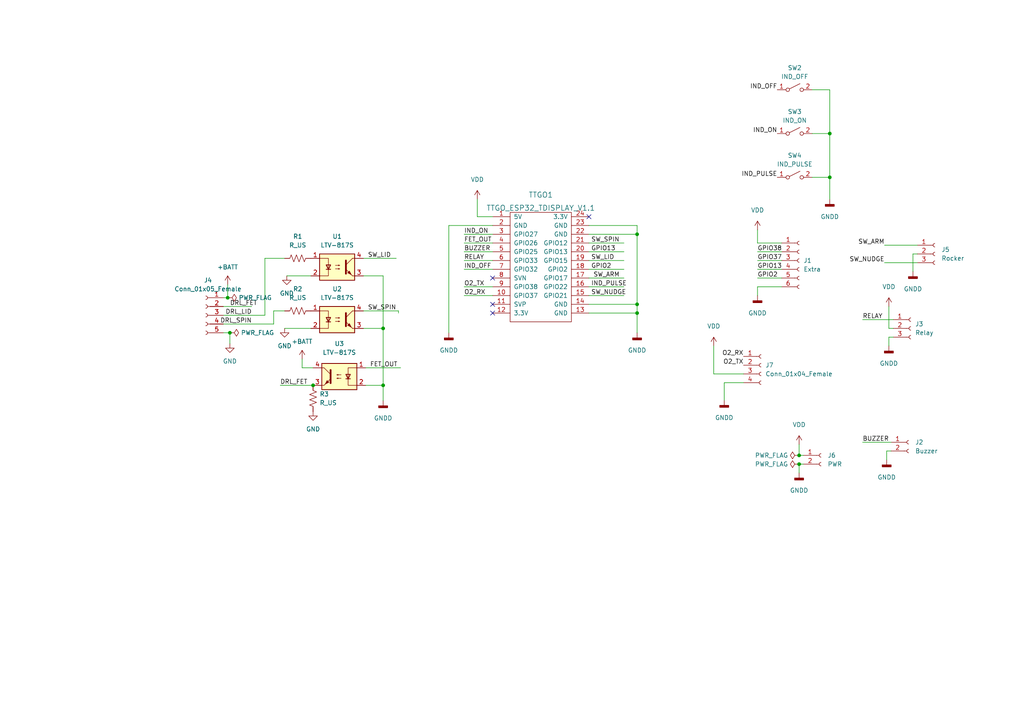
<source format=kicad_sch>
(kicad_sch (version 20211123) (generator eeschema)
  (paper "A4")
  (lib_symbols
    (symbol "Connector:Conn_01x02_Female" (pin_names (offset 1.016) hide)
      (property "Reference" "J" (at 0 2.54 0))
      (property "Value" "Conn_01x02_Female" (at 0 -5.08 0))
      (symbol "Conn_01x02_Female_1_1"
        (arc (start 0 -2.032) (mid -0.508 -2.54) (end 0 -3.048) (stroke (width 0.1524)))
        (polyline (pts (xy -1.27 -2.54) (xy -0.508 -2.54)) (stroke (width 0.1524)))
        (polyline (pts (xy -1.27 0) (xy -0.508 0)) (stroke (width 0.1524)))
        (arc (start 0 0.508) (mid -0.508 0) (end 0 -0.508) (stroke (width 0.1524)))
        (pin passive line (at -5.08 0 0) (length 3.81) (name "Pin_1") (number "1"))
        (pin passive line (at -5.08 -2.54 0) (length 3.81) (name "Pin_2") (number "2"))
      )
    )
    (symbol "Connector:Conn_01x03_Female" (pin_names (offset 1.016) hide)
      (property "Reference" "J" (at 0 5.08 0))
      (property "Value" "Conn_01x03_Female" (at 0 -5.08 0))
      (symbol "Conn_01x03_Female_1_1"
        (arc (start 0 -2.032) (mid -0.508 -2.54) (end 0 -3.048) (stroke (width 0.1524)))
        (polyline (pts (xy -1.27 -2.54) (xy -0.508 -2.54)) (stroke (width 0.1524)))
        (polyline (pts (xy -1.27 0) (xy -0.508 0)) (stroke (width 0.1524)))
        (polyline (pts (xy -1.27 2.54) (xy -0.508 2.54)) (stroke (width 0.1524)))
        (arc (start 0 0.508) (mid -0.508 0) (end 0 -0.508) (stroke (width 0.1524)))
        (arc (start 0 3.048) (mid -0.508 2.54) (end 0 2.032) (stroke (width 0.1524)))
        (pin passive line (at -5.08 2.54 0) (length 3.81) (name "Pin_1") (number "1"))
        (pin passive line (at -5.08 0 0) (length 3.81) (name "Pin_2") (number "2"))
        (pin passive line (at -5.08 -2.54 0) (length 3.81) (name "Pin_3") (number "3"))
      )
    )
    (symbol "Connector:Conn_01x04_Female" (pin_names (offset 1.016) hide)
      (property "Reference" "J" (at 0 5.08 0))
      (property "Value" "Conn_01x04_Female" (at 0 -7.62 0))
      (symbol "Conn_01x04_Female_1_1"
        (arc (start 0 -4.572) (mid -0.508 -5.08) (end 0 -5.588) (stroke (width 0.1524)))
        (arc (start 0 -2.032) (mid -0.508 -2.54) (end 0 -3.048) (stroke (width 0.1524)))
        (polyline (pts (xy -1.27 -5.08) (xy -0.508 -5.08)) (stroke (width 0.1524)))
        (polyline (pts (xy -1.27 -2.54) (xy -0.508 -2.54)) (stroke (width 0.1524)))
        (polyline (pts (xy -1.27 0) (xy -0.508 0)) (stroke (width 0.1524)))
        (polyline (pts (xy -1.27 2.54) (xy -0.508 2.54)) (stroke (width 0.1524)))
        (arc (start 0 0.508) (mid -0.508 0) (end 0 -0.508) (stroke (width 0.1524)))
        (arc (start 0 3.048) (mid -0.508 2.54) (end 0 2.032) (stroke (width 0.1524)))
        (pin passive line (at -5.08 2.54 0) (length 3.81) (name "Pin_1") (number "1"))
        (pin passive line (at -5.08 0 0) (length 3.81) (name "Pin_2") (number "2"))
        (pin passive line (at -5.08 -2.54 0) (length 3.81) (name "Pin_3") (number "3"))
        (pin passive line (at -5.08 -5.08 0) (length 3.81) (name "Pin_4") (number "4"))
      )
    )
    (symbol "Connector:Conn_01x05_Female" (pin_names (offset 1.016) hide)
      (property "Reference" "J" (at 0 7.62 0))
      (property "Value" "Conn_01x05_Female" (at 0 -7.62 0))
      (symbol "Conn_01x05_Female_1_1"
        (arc (start 0 -4.572) (mid -0.508 -5.08) (end 0 -5.588) (stroke (width 0.1524)))
        (arc (start 0 -2.032) (mid -0.508 -2.54) (end 0 -3.048) (stroke (width 0.1524)))
        (polyline (pts (xy -1.27 -5.08) (xy -0.508 -5.08)) (stroke (width 0.1524)))
        (polyline (pts (xy -1.27 -2.54) (xy -0.508 -2.54)) (stroke (width 0.1524)))
        (polyline (pts (xy -1.27 0) (xy -0.508 0)) (stroke (width 0.1524)))
        (polyline (pts (xy -1.27 2.54) (xy -0.508 2.54)) (stroke (width 0.1524)))
        (polyline (pts (xy -1.27 5.08) (xy -0.508 5.08)) (stroke (width 0.1524)))
        (arc (start 0 0.508) (mid -0.508 0) (end 0 -0.508) (stroke (width 0.1524)))
        (arc (start 0 3.048) (mid -0.508 2.54) (end 0 2.032) (stroke (width 0.1524)))
        (arc (start 0 5.588) (mid -0.508 5.08) (end 0 4.572) (stroke (width 0.1524)))
        (pin passive line (at -5.08 5.08 0) (length 3.81) (name "Pin_1") (number "1"))
        (pin passive line (at -5.08 2.54 0) (length 3.81) (name "Pin_2") (number "2"))
        (pin passive line (at -5.08 0 0) (length 3.81) (name "Pin_3") (number "3"))
        (pin passive line (at -5.08 -2.54 0) (length 3.81) (name "Pin_4") (number "4"))
        (pin passive line (at -5.08 -5.08 0) (length 3.81) (name "Pin_5") (number "5"))
      )
    )
    (symbol "Connector:Conn_01x06_Female" (pin_names (offset 1.016) hide)
      (property "Reference" "J" (at 0 7.62 0))
      (property "Value" "Conn_01x06_Female" (at 0 -10.16 0))
      (symbol "Conn_01x06_Female_1_1"
        (arc (start 0 -7.112) (mid -0.508 -7.62) (end 0 -8.128) (stroke (width 0.1524)))
        (arc (start 0 -4.572) (mid -0.508 -5.08) (end 0 -5.588) (stroke (width 0.1524)))
        (arc (start 0 -2.032) (mid -0.508 -2.54) (end 0 -3.048) (stroke (width 0.1524)))
        (polyline (pts (xy -1.27 -7.62) (xy -0.508 -7.62)) (stroke (width 0.1524)))
        (polyline (pts (xy -1.27 -5.08) (xy -0.508 -5.08)) (stroke (width 0.1524)))
        (polyline (pts (xy -1.27 -2.54) (xy -0.508 -2.54)) (stroke (width 0.1524)))
        (polyline (pts (xy -1.27 0) (xy -0.508 0)) (stroke (width 0.1524)))
        (polyline (pts (xy -1.27 2.54) (xy -0.508 2.54)) (stroke (width 0.1524)))
        (polyline (pts (xy -1.27 5.08) (xy -0.508 5.08)) (stroke (width 0.1524)))
        (arc (start 0 0.508) (mid -0.508 0) (end 0 -0.508) (stroke (width 0.1524)))
        (arc (start 0 3.048) (mid -0.508 2.54) (end 0 2.032) (stroke (width 0.1524)))
        (arc (start 0 5.588) (mid -0.508 5.08) (end 0 4.572) (stroke (width 0.1524)))
        (pin passive line (at -5.08 5.08 0) (length 3.81) (name "Pin_1") (number "1"))
        (pin passive line (at -5.08 2.54 0) (length 3.81) (name "Pin_2") (number "2"))
        (pin passive line (at -5.08 0 0) (length 3.81) (name "Pin_3") (number "3"))
        (pin passive line (at -5.08 -2.54 0) (length 3.81) (name "Pin_4") (number "4"))
        (pin passive line (at -5.08 -5.08 0) (length 3.81) (name "Pin_5") (number "5"))
        (pin passive line (at -5.08 -7.62 0) (length 3.81) (name "Pin_6") (number "6"))
      )
    )
    (symbol "Device:R_US" (pin_numbers hide) (pin_names (offset 0))
      (property "Reference" "R" (at 2.54 0 90))
      (property "Value" "R_US" (at -2.54 0 90))
      (symbol "R_US_0_1"
        (polyline (pts (xy 0 -2.286) (xy 0 -2.54)))
        (polyline (pts (xy 0 2.286) (xy 0 2.54)))
        (polyline (pts (xy 0 -0.762) (xy 1.016 -1.143) (xy 0 -1.524) (xy -1.016 -1.905) (xy 0 -2.286)))
        (polyline (pts (xy 0 0.762) (xy 1.016 0.381) (xy 0 0) (xy -1.016 -0.381) (xy 0 -0.762)))
        (polyline (pts (xy 0 2.286) (xy 1.016 1.905) (xy 0 1.524) (xy -1.016 1.143) (xy 0 0.762)))
      )
      (symbol "R_US_1_1"
        (pin passive line (at 0 3.81 270) (length 1.27) (name "~") (number "1"))
        (pin passive line (at 0 -3.81 90) (length 1.27) (name "~") (number "2"))
      )
    )
    (symbol "Isolator:LTV-817S" (pin_names (offset 1.016))
      (property "Reference" "U" (at -3.81 5.08 0))
      (property "Value" "LTV-817S" (at 0 -5.08 0))
      (symbol "LTV-817S_1_1"
        (rectangle (start -5.08 3.81) (end 5.08 -3.81) (stroke (width 0.254)) (fill (type background)))
        (polyline (pts (xy -3.175 -0.635) (xy -1.905 -0.635)) (stroke (width 0.254)))
        (polyline (pts (xy 2.54 0.635) (xy 4.445 2.54)))
        (polyline (pts (xy 4.445 -2.54) (xy 2.54 -0.635)) (fill (type outline)))
        (polyline (pts (xy 4.445 -2.54) (xy 5.08 -2.54)))
        (polyline (pts (xy 4.445 2.54) (xy 5.08 2.54)))
        (polyline (pts (xy -5.08 2.54) (xy -2.54 2.54) (xy -2.54 -0.762)))
        (polyline (pts (xy -2.54 -0.635) (xy -2.54 -2.54) (xy -5.08 -2.54)))
        (polyline (pts (xy 2.54 1.905) (xy 2.54 -1.905) (xy 2.54 -1.905)) (stroke (width 0.508)))
        (polyline (pts (xy -2.54 -0.635) (xy -3.175 0.635) (xy -1.905 0.635) (xy -2.54 -0.635)) (stroke (width 0.254)))
        (polyline (pts (xy -0.508 -0.508) (xy 0.762 -0.508) (xy 0.381 -0.635) (xy 0.381 -0.381) (xy 0.762 -0.508)))
        (polyline (pts (xy -0.508 0.508) (xy 0.762 0.508) (xy 0.381 0.381) (xy 0.381 0.635) (xy 0.762 0.508)))
        (polyline (pts (xy 3.048 -1.651) (xy 3.556 -1.143) (xy 4.064 -2.159) (xy 3.048 -1.651) (xy 3.048 -1.651)) (fill (type outline)))
        (pin passive line (at -7.62 2.54 0) (length 2.54) (name "~") (number "1"))
        (pin passive line (at -7.62 -2.54 0) (length 2.54) (name "~") (number "2"))
        (pin passive line (at 7.62 -2.54 180) (length 2.54) (name "~") (number "3"))
        (pin passive line (at 7.62 2.54 180) (length 2.54) (name "~") (number "4"))
      )
    )
    (symbol "Switch:SW_SPST" (pin_names (offset 0) hide)
      (property "Reference" "SW" (at 0 3.175 0))
      (property "Value" "SW_SPST" (at 0 -2.54 0))
      (symbol "SW_SPST_0_0"
        (circle (center -2.032 0) (radius 0.508))
        (polyline (pts (xy -1.524 0.254) (xy 1.524 1.778)))
        (circle (center 2.032 0) (radius 0.508))
      )
      (symbol "SW_SPST_1_1"
        (pin passive line (at -5.08 0 0) (length 2.54) (name "A") (number "1"))
        (pin passive line (at 5.08 0 180) (length 2.54) (name "B") (number "2"))
      )
    )
    (symbol "TTGO:TTGO_ESP32_TDISPLAY_V1.1" (pin_names (offset 1.016))
      (property "Reference" "TTGO" (at 8.89 34.29 0))
      (property "Value" "TTGO_ESP32_TDISPLAY_V1.1" (at 8.89 -2.54 0))
      (symbol "TTGO_ESP32_TDISPLAY_V1.1_0_1"
        (rectangle (start 0 0) (end 17.78 31.75))
      )
      (symbol "TTGO_ESP32_TDISPLAY_V1.1_1_1"
        (pin unspecified line (at 22.86 1.27 180) (length 5.08) (name "5V") (number "1"))
        (pin unspecified line (at 22.86 24.13 180) (length 5.08) (name "GPIO37") (number "10"))
        (pin unspecified line (at 22.86 26.67 180) (length 5.08) (name "SVP") (number "11"))
        (pin unspecified line (at 22.86 29.21 180) (length 5.08) (name "3.3V") (number "12"))
        (pin unspecified line (at -5.08 29.21 0) (length 5.08) (name "GND") (number "13"))
        (pin unspecified line (at -5.08 26.67 0) (length 5.08) (name "GND") (number "14"))
        (pin unspecified line (at -5.08 24.13 0) (length 5.08) (name "GPIO21") (number "15"))
        (pin unspecified line (at -5.08 21.59 0) (length 5.08) (name "GPIO22") (number "16"))
        (pin unspecified line (at -5.08 19.05 0) (length 5.08) (name "GPIO17") (number "17"))
        (pin unspecified line (at -5.08 16.51 0) (length 5.08) (name "GPIO2") (number "18"))
        (pin unspecified line (at -5.08 13.97 0) (length 5.08) (name "GPIO15") (number "19"))
        (pin unspecified line (at 22.86 3.81 180) (length 5.08) (name "GND") (number "2"))
        (pin unspecified line (at -5.08 11.43 0) (length 5.08) (name "GPIO13") (number "20"))
        (pin unspecified line (at -5.08 8.89 0) (length 5.08) (name "GPIO12") (number "21"))
        (pin unspecified line (at -5.08 6.35 0) (length 5.08) (name "GND") (number "22"))
        (pin unspecified line (at -5.08 3.81 0) (length 5.08) (name "GND") (number "23"))
        (pin unspecified line (at -5.08 1.27 0) (length 5.08) (name "3.3V") (number "24"))
        (pin unspecified line (at 22.86 6.35 180) (length 5.08) (name "GPIO27") (number "3"))
        (pin unspecified line (at 22.86 8.89 180) (length 5.08) (name "GPIO26") (number "4"))
        (pin unspecified line (at 22.86 11.43 180) (length 5.08) (name "GPIO25") (number "5"))
        (pin unspecified line (at 22.86 13.97 180) (length 5.08) (name "GPIO33") (number "6"))
        (pin unspecified line (at 22.86 16.51 180) (length 5.08) (name "GPIO32") (number "7"))
        (pin unspecified line (at 22.86 19.05 180) (length 5.08) (name "SVN") (number "8"))
        (pin unspecified line (at 22.86 21.59 180) (length 5.08) (name "GPIO38") (number "9"))
      )
    )
    (symbol "power:+BATT" (power) (pin_names (offset 0))
      (property "Value" "+BATT" (at 0 3.556 0))
      (symbol "+BATT_0_1"
        (polyline (pts (xy -0.762 1.27) (xy 0 2.54)))
        (polyline (pts (xy 0 0) (xy 0 2.54)))
        (polyline (pts (xy 0 2.54) (xy 0.762 1.27)))
      )
      (symbol "+BATT_1_1"
        (pin power_in line (at 0 0 90) (length 0) hide (name "+BATT") (number "1"))
      )
    )
    (symbol "power:GND" (power) (pin_names (offset 0))
      (property "Value" "GND" (at 0 -3.81 0))
      (symbol "GND_0_1"
        (polyline (pts (xy 0 0) (xy 0 -1.27) (xy 1.27 -1.27) (xy 0 -2.54) (xy -1.27 -1.27) (xy 0 -1.27)))
      )
      (symbol "GND_1_1"
        (pin power_in line (at 0 0 270) (length 0) hide (name "GND") (number "1"))
      )
    )
    (symbol "power:GNDD" (power) (pin_names (offset 0))
      (property "Value" "GNDD" (at 0 -3.175 0))
      (symbol "GNDD_0_1"
        (rectangle (start -1.27 -1.524) (end 1.27 -2.032) (stroke (width 0.254)) (fill (type outline)))
        (polyline (pts (xy 0 0) (xy 0 -1.524)))
      )
      (symbol "GNDD_1_1"
        (pin power_in line (at 0 0 270) (length 0) hide (name "GNDD") (number "1"))
      )
    )
    (symbol "power:PWR_FLAG" (power) (pin_numbers hide) (pin_names (offset 0) hide)
      (property "Value" "PWR_FLAG" (at 0 3.81 0))
      (symbol "PWR_FLAG_0_0"
        (pin power_out line (at 0 0 90) (length 0) (name "pwr") (number "1"))
      )
      (symbol "PWR_FLAG_0_1"
        (polyline (pts (xy 0 0) (xy 0 1.27) (xy -1.016 1.905) (xy 0 2.54) (xy 1.016 1.905) (xy 0 1.27)))
      )
    )
    (symbol "power:VDD" (power) (pin_names (offset 0))
      (property "Value" "VDD" (at 0 3.81 0))
      (symbol "VDD_0_1"
        (polyline (pts (xy -0.762 1.27) (xy 0 2.54)))
        (polyline (pts (xy 0 0) (xy 0 2.54)))
        (polyline (pts (xy 0 2.54) (xy 0.762 1.27)))
      )
      (symbol "VDD_1_1"
        (pin power_in line (at 0 0 90) (length 0) hide (name "VDD") (number "1"))
      )
    )
  )
  (junction (at 111.125 95.25))
  (junction (at 111.125 111.76))
  (junction (at 66.675 96.52))
  (junction (at 90.805 111.76))
  (junction (at 66.04 86.36))
  (junction (at 184.785 67.945))
  (junction (at 231.775 134.62))
  (junction (at 231.775 132.08))
  (junction (at 240.665 38.735))
  (junction (at 184.785 88.265))
  (junction (at 240.665 51.435))
  (junction (at 184.785 90.805))
  (no_connect (at 170.815 62.865))
  (no_connect (at 142.875 80.645))
  (no_connect (at 142.875 90.805))
  (no_connect (at 142.875 88.265))
  (wire (pts (xy 90.805 106.68) (xy 87.63 106.68)))
  (wire (pts (xy 87.63 104.14) (xy 87.63 106.68)))
  (wire (pts (xy 64.77 96.52) (xy 66.675 96.52)))
  (wire (pts (xy 105.41 74.93) (xy 114.935 74.93)))
  (wire (pts (xy 170.815 75.565) (xy 180.975 75.565)))
  (wire (pts (xy 170.815 85.725) (xy 180.975 85.725)))
  (wire (pts (xy 66.675 96.52) (xy 66.675 99.695)))
  (wire (pts (xy 170.815 80.645) (xy 180.975 80.645)))
  (wire (pts (xy 170.815 73.025) (xy 180.975 73.025)))
  (wire (pts (xy 219.71 83.185) (xy 219.71 85.725)))
  (wire (pts (xy 235.585 38.735) (xy 240.665 38.735)))
  (wire (pts (xy 264.795 73.66) (xy 266.065 73.66)))
  (wire (pts (xy 250.19 128.27) (xy 258.445 128.27)))
  (wire (pts (xy 134.62 75.565) (xy 142.875 75.565)))
  (wire (pts (xy 81.28 111.76) (xy 90.805 111.76)))
  (wire (pts (xy 111.125 95.25) (xy 111.125 111.76)))
  (wire (pts (xy 170.815 90.805) (xy 184.785 90.805)))
  (wire (pts (xy 66.04 86.36) (xy 66.04 82.55)))
  (wire (pts (xy 79.375 93.98) (xy 79.375 90.17)))
  (wire (pts (xy 105.41 80.01) (xy 111.125 80.01)))
  (wire (pts (xy 231.775 128.905) (xy 231.775 132.08)))
  (wire (pts (xy 257.81 95.25) (xy 259.08 95.25)))
  (wire (pts (xy 142.875 65.405) (xy 130.175 65.405)))
  (wire (pts (xy 64.77 93.98) (xy 79.375 93.98)))
  (wire (pts (xy 219.71 80.645) (xy 226.695 80.645)))
  (wire (pts (xy 231.775 132.08) (xy 233.045 132.08)))
  (wire (pts (xy 219.71 66.675) (xy 219.71 70.485)))
  (wire (pts (xy 134.62 73.025) (xy 142.875 73.025)))
  (wire (pts (xy 235.585 26.035) (xy 240.665 26.035)))
  (wire (pts (xy 257.81 88.9) (xy 257.81 95.25)))
  (wire (pts (xy 264.795 78.74) (xy 264.795 73.66)))
  (wire (pts (xy 219.71 83.185) (xy 226.695 83.185)))
  (wire (pts (xy 170.815 88.265) (xy 184.785 88.265)))
  (wire (pts (xy 130.175 65.405) (xy 130.175 96.52)))
  (wire (pts (xy 207.01 100.33) (xy 207.01 108.458)))
  (wire (pts (xy 76.835 74.93) (xy 82.55 74.93)))
  (wire (pts (xy 134.62 85.725) (xy 142.875 85.725)))
  (wire (pts (xy 240.665 51.435) (xy 240.665 57.785)))
  (wire (pts (xy 219.71 70.485) (xy 226.695 70.485)))
  (wire (pts (xy 256.54 76.2) (xy 266.065 76.2)))
  (wire (pts (xy 250.19 92.71) (xy 259.08 92.71)))
  (wire (pts (xy 215.646 110.998) (xy 210.058 110.998)))
  (wire (pts (xy 257.81 97.79) (xy 257.81 100.33)))
  (wire (pts (xy 134.62 70.485) (xy 142.875 70.485)))
  (wire (pts (xy 170.815 78.105) (xy 180.975 78.105)))
  (wire (pts (xy 138.43 62.865) (xy 138.43 57.785)))
  (wire (pts (xy 210.058 110.998) (xy 210.058 116.078)))
  (wire (pts (xy 82.55 95.25) (xy 90.17 95.25)))
  (wire (pts (xy 170.815 65.405) (xy 184.785 65.405)))
  (wire (pts (xy 170.815 70.485) (xy 180.975 70.485)))
  (wire (pts (xy 111.125 111.76) (xy 111.125 116.205)))
  (wire (pts (xy 64.77 91.44) (xy 76.835 91.44)))
  (wire (pts (xy 64.77 86.36) (xy 66.04 86.36)))
  (wire (pts (xy 231.775 134.62) (xy 231.775 137.16)))
  (wire (pts (xy 134.62 67.945) (xy 142.875 67.945)))
  (wire (pts (xy 170.815 83.185) (xy 180.975 83.185)))
  (wire (pts (xy 184.785 67.945) (xy 184.785 88.265)))
  (wire (pts (xy 134.62 78.105) (xy 142.875 78.105)))
  (wire (pts (xy 76.835 91.44) (xy 76.835 74.93)))
  (wire (pts (xy 219.71 75.565) (xy 226.695 75.565)))
  (wire (pts (xy 257.175 130.81) (xy 257.175 133.35)))
  (wire (pts (xy 105.41 90.17) (xy 115.57 90.17)))
  (wire (pts (xy 235.585 51.435) (xy 240.665 51.435)))
  (wire (pts (xy 106.045 111.76) (xy 111.125 111.76)))
  (wire (pts (xy 219.71 73.025) (xy 226.695 73.025)))
  (wire (pts (xy 105.41 95.25) (xy 111.125 95.25)))
  (wire (pts (xy 142.875 62.865) (xy 138.43 62.865)))
  (wire (pts (xy 258.445 130.81) (xy 257.175 130.81)))
  (wire (pts (xy 256.54 71.12) (xy 266.065 71.12)))
  (wire (pts (xy 106.045 106.68) (xy 116.205 106.68)))
  (wire (pts (xy 240.665 38.735) (xy 240.665 51.435)))
  (wire (pts (xy 240.665 26.035) (xy 240.665 38.735)))
  (wire (pts (xy 184.785 65.405) (xy 184.785 67.945)))
  (wire (pts (xy 184.785 90.805) (xy 184.785 96.52)))
  (wire (pts (xy 219.71 78.105) (xy 226.695 78.105)))
  (wire (pts (xy 134.62 83.185) (xy 142.875 83.185)))
  (wire (pts (xy 115.57 90.17) (xy 115.57 90.805)))
  (wire (pts (xy 111.125 80.01) (xy 111.125 95.25)))
  (wire (pts (xy 170.815 67.945) (xy 184.785 67.945)))
  (wire (pts (xy 259.08 97.79) (xy 257.81 97.79)))
  (wire (pts (xy 207.01 108.458) (xy 215.646 108.458)))
  (wire (pts (xy 233.045 134.62) (xy 231.775 134.62)))
  (wire (pts (xy 64.77 88.9) (xy 73.025 88.9)))
  (wire (pts (xy 79.375 90.17) (xy 82.55 90.17)))
  (wire (pts (xy 184.785 88.265) (xy 184.785 90.805)))
  (wire (pts (xy 83.185 80.01) (xy 90.17 80.01)))
  (label "IND_OFF" (at 134.62 78.105 0))
  (label "GPIO2" (at 171.45 78.105 0))
  (label "O2_TX" (at 215.646 105.918 180))
  (label "GPIO2" (at 219.71 80.645 0))
  (label "IND_PULSE" (at 171.45 83.185 0))
  (label "DRL_SPIN" (at 73.025 93.98 180))
  (label "RELAY" (at 250.19 92.71 0))
  (label "GPIO13" (at 219.71 78.105 0))
  (label "IND_PULSE" (at 225.425 51.435 180))
  (label "GPIO38" (at 219.71 73.025 0))
  (label "SW_SPIN" (at 106.68 90.17 0))
  (label "SW_NUDGE" (at 171.45 85.725 0))
  (label "O2_TX" (at 134.62 83.185 0))
  (label "SW_LID" (at 171.45 75.565 0))
  (label "DRL_FET" (at 81.28 111.76 0))
  (label "DRL_LID" (at 73.025 91.44 180))
  (label "SW_SPIN" (at 171.45 70.485 0))
  (label "O2_RX" (at 215.646 103.378 180))
  (label "SW_NUDGE" (at 256.54 76.2 180))
  (label "SW_ARM" (at 172.085 80.645 0))
  (label "BUZZER" (at 250.19 128.27 0))
  (label "RELAY" (at 134.62 75.565 0))
  (label "FET_OUT" (at 134.62 70.485 0))
  (label "GPIO37" (at 219.71 75.565 0))
  (label "BUZZER" (at 134.62 73.025 0))
  (label "IND_ON" (at 225.425 38.735 180))
  (label "O2_RX" (at 134.62 85.725 0))
  (label "SW_LID" (at 106.68 74.93 0))
  (label "GPIO13" (at 171.45 73.025 0))
  (label "FET_OUT" (at 107.315 106.68 0))
  (label "IND_OFF" (at 225.425 26.035 180))
  (label "IND_ON" (at 134.62 67.945 0))
  (label "SW_ARM" (at 256.54 71.12 180))
  (label "DRL_FET" (at 66.675 88.9 0))
  (symbol (lib_id "Device:R_US") (at 86.36 74.93 90) (unit 1)
    (property "Reference" "R1" (at 86.36 68.58 90))
    (property "Value" "R_US" (at 86.36 71.12 90))
    (property "Footprint" "Resistor_SMD:R_0805_2012Metric" (effects hide))
  )
  (symbol (lib_id "power:GNDD") (at 130.175 96.52 0) (unit 1)
    (property "Reference" "#PWR0113" (effects hide))
    (property "Value" "GNDD" (at 130.175 101.6 0))
  )
  (symbol (lib_id "power:GNDD") (at 210.058 116.078 0) (unit 1)
    (property "Reference" "#PWR0120" (effects hide))
    (property "Value" "GNDD" (at 210.058 121.158 0))
  )
  (symbol (lib_id "power:+BATT") (at 87.63 104.14 0) (unit 1)
    (property "Reference" "#PWR0115" (effects hide))
    (property "Value" "+BATT" (at 87.63 99.06 0))
  )
  (symbol (lib_id "Connector:Conn_01x02_Female") (at 263.525 128.27 0) (unit 1)
    (property "Reference" "J2" (at 265.43 128.2699 0) (effects (justify left)))
    (property "Value" "Buzzer" (at 265.43 130.8099 0) (effects (justify left)))
    (property "Footprint" "Connector_JST:JST_PH_B2B-PH-K_1x02_P2.00mm_Vertical" (effects hide))
  )
  (symbol (lib_id "power:GND") (at 90.805 119.38 0) (unit 1)
    (property "Reference" "#PWR0117" (effects hide))
    (property "Value" "GND" (at 90.805 124.46 0))
  )
  (symbol (lib_id "power:GNDD") (at 257.175 133.35 0) (unit 1)
    (property "Reference" "#PWR0102" (effects hide))
    (property "Value" "GNDD" (at 257.175 138.43 0))
  )
  (symbol (lib_id "power:PWR_FLAG") (at 231.775 134.62 90) (unit 1)
    (property "Reference" "#FLG0104" (effects hide))
    (property "Value" "PWR_FLAG" (at 228.6 134.6199 90) (effects (justify left)))
  )
  (symbol (lib_id "Isolator:LTV-817S") (at 98.425 109.22 0) (mirror y) (unit 1)
    (property "Reference" "U3" (at 98.425 99.695 0))
    (property "Value" "LTV-817S" (at 98.425 102.235 0))
    (property "Footprint" "Package_DIP:SMDIP-4_W9.53mm" (effects hide))
    (property "Datasheet" "http://www.us.liteon.com/downloads/LTV-817-827-847.PDF" (effects hide))
  )
  (symbol (lib_id "Connector:Conn_01x05_Female") (at 59.69 91.44 0) (mirror y) (unit 1)
    (property "Reference" "J4" (at 60.325 81.28 0))
    (property "Value" "Conn_01x05_Female" (at 60.325 83.82 0))
    (property "Footprint" "Connector_Molex:Molex_KK-254_AE-6410-05A_1x05_P2.54mm_Vertical" (effects hide))
  )
  (symbol (lib_id "power:VDD") (at 257.81 88.9 0) (unit 1)
    (property "Reference" "#PWR0101" (effects hide))
    (property "Value" "VDD" (at 257.81 83.185 0))
  )
  (symbol (lib_id "power:VDD") (at 138.43 57.785 0) (unit 1)
    (property "Reference" "#PWR0111" (effects hide))
    (property "Value" "VDD" (at 138.43 52.07 0))
  )
  (symbol (lib_id "Connector:Conn_01x02_Female") (at 238.125 132.08 0) (unit 1)
    (property "Reference" "J6" (at 240.03 132.0799 0) (effects (justify left)))
    (property "Value" "PWR" (at 240.03 134.6199 0) (effects (justify left)))
    (property "Footprint" "Connector_JST:JST_PH_B2B-PH-K_1x02_P2.00mm_Vertical" (effects hide))
  )
  (symbol (lib_id "Switch:SW_SPST") (at 230.505 51.435 0) (unit 1)
    (property "Reference" "SW4" (at 230.505 45.085 0))
    (property "Value" "IND_PULSE" (at 230.505 47.625 0))
    (property "Footprint" "Button_Switch_THT:SW_PUSH_6mm_H5mm" (effects hide))
  )
  (symbol (lib_id "power:GND") (at 83.185 80.01 0) (unit 1)
    (property "Reference" "#PWR0119" (effects hide))
    (property "Value" "GND" (at 83.185 85.09 0))
  )
  (symbol (lib_id "Isolator:LTV-817S") (at 97.79 92.71 0) (unit 1)
    (property "Reference" "U2" (at 97.79 83.82 0))
    (property "Value" "LTV-817S" (at 97.79 86.36 0))
    (property "Footprint" "Package_DIP:SMDIP-4_W9.53mm" (effects hide))
    (property "Datasheet" "http://www.us.liteon.com/downloads/LTV-817-827-847.PDF" (effects hide))
  )
  (symbol (lib_id "power:GNDD") (at 257.81 100.33 0) (unit 1)
    (property "Reference" "#PWR0107" (effects hide))
    (property "Value" "GNDD" (at 257.81 105.41 0))
  )
  (symbol (lib_id "power:+BATT") (at 66.04 82.55 0) (unit 1)
    (property "Reference" "#PWR0118" (effects hide))
    (property "Value" "+BATT" (at 66.04 77.47 0))
  )
  (symbol (lib_id "Connector:Conn_01x06_Female") (at 231.775 75.565 0) (unit 1)
    (property "Reference" "J1" (at 233.045 75.5649 0) (effects (justify left)))
    (property "Value" "Extra" (at 233.045 78.1049 0) (effects (justify left)))
    (property "Footprint" "Connector_PinHeader_2.54mm:PinHeader_1x06_P2.54mm_Vertical" (effects hide))
  )
  (symbol (lib_id "power:GNDD") (at 240.665 57.785 0) (unit 1)
    (property "Reference" "#PWR0109" (effects hide))
    (property "Value" "GNDD" (at 240.665 62.865 0))
  )
  (symbol (lib_id "power:GNDD") (at 219.71 85.725 0) (unit 1)
    (property "Reference" "#PWR0108" (effects hide))
    (property "Value" "GNDD" (at 219.71 90.805 0))
  )
  (symbol (lib_id "power:VDD") (at 231.775 128.905 0) (unit 1)
    (property "Reference" "#PWR0105" (effects hide))
    (property "Value" "VDD" (at 231.775 123.19 0))
  )
  (symbol (lib_id "TTGO:TTGO_ESP32_TDISPLAY_V1.1") (at 165.735 61.595 180) (unit 1)
    (property "Reference" "TTGO1" (at 156.845 56.515 0) (effects (font (size 1.524 1.524))))
    (property "Value" "TTGO_ESP32_TDISPLAY_V1.1" (at 156.845 60.325 0) (effects (font (size 1.524 1.524))))
    (property "Footprint" "TTGO:TTGO_ESP32_TDisplay_v1.1" (effects hide))
  )
  (symbol (lib_id "power:GND") (at 66.675 99.695 0) (mirror y) (unit 1)
    (property "Reference" "#PWR0104" (effects hide))
    (property "Value" "GND" (at 66.675 104.775 0))
  )
  (symbol (lib_id "Device:R_US") (at 86.36 90.17 90) (unit 1)
    (property "Reference" "R2" (at 86.36 83.82 90))
    (property "Value" "R_US" (at 86.36 86.36 90))
    (property "Footprint" "Resistor_SMD:R_0805_2012Metric" (effects hide))
  )
  (symbol (lib_id "Connector:Conn_01x03_Female") (at 264.16 95.25 0) (unit 1)
    (property "Reference" "J3" (at 265.43 93.9799 0) (effects (justify left)))
    (property "Value" "Relay" (at 265.43 96.5199 0) (effects (justify left)))
    (property "Footprint" "Connector_JST:JST_PH_B3B-PH-K_1x03_P2.00mm_Vertical" (effects hide))
  )
  (symbol (lib_id "power:VDD") (at 219.71 66.675 0) (unit 1)
    (property "Reference" "#PWR0110" (effects hide))
    (property "Value" "VDD" (at 219.71 60.96 0))
  )
  (symbol (lib_id "Isolator:LTV-817S") (at 97.79 77.47 0) (unit 1)
    (property "Reference" "U1" (at 97.79 68.58 0))
    (property "Value" "LTV-817S" (at 97.79 71.12 0))
    (property "Footprint" "Package_DIP:SMDIP-4_W9.53mm" (effects hide))
    (property "Datasheet" "http://www.us.liteon.com/downloads/LTV-817-827-847.PDF" (effects hide))
  )
  (symbol (lib_id "power:PWR_FLAG") (at 231.775 132.08 90) (unit 1)
    (property "Reference" "#FLG0103" (effects hide))
    (property "Value" "PWR_FLAG" (at 228.6 132.0799 90) (effects (justify left)))
  )
  (symbol (lib_id "Device:R_US") (at 90.805 115.57 0) (unit 1)
    (property "Reference" "R3" (at 92.71 114.2999 0) (effects (justify left)))
    (property "Value" "R_US" (at 92.71 116.8399 0) (effects (justify left)))
    (property "Footprint" "Resistor_SMD:R_0805_2012Metric" (effects hide))
  )
  (symbol (lib_id "power:GNDD") (at 231.775 137.16 0) (unit 1)
    (property "Reference" "#PWR0103" (effects hide))
    (property "Value" "GNDD" (at 231.775 142.24 0))
  )
  (symbol (lib_id "power:VDD") (at 207.01 100.33 0) (unit 1)
    (property "Reference" "#PWR0121" (effects hide))
    (property "Value" "VDD" (at 207.01 94.615 0))
  )
  (symbol (lib_id "power:PWR_FLAG") (at 66.675 96.52 270) (unit 1)
    (property "Reference" "#FLG0102" (effects hide))
    (property "Value" "PWR_FLAG" (at 69.85 96.5199 90) (effects (justify left)))
  )
  (symbol (lib_id "Connector:Conn_01x04_Female") (at 220.726 105.918 0) (unit 1)
    (property "Reference" "J7" (at 221.996 105.9179 0) (effects (justify left)))
    (property "Value" "Conn_01x04_Female" (at 221.996 108.4579 0) (effects (justify left)))
    (property "Footprint" "Connector_JST:JST_PH_B4B-PH-K_1x04_P2.00mm_Vertical" (effects hide))
  )
  (symbol (lib_id "power:GND") (at 82.55 95.25 0) (unit 1)
    (property "Reference" "#PWR0116" (effects hide))
    (property "Value" "GND" (at 82.55 100.33 0))
  )
  (symbol (lib_id "Switch:SW_SPST") (at 230.505 26.035 0) (unit 1)
    (property "Reference" "SW2" (at 230.505 19.685 0))
    (property "Value" "IND_OFF" (at 230.505 22.225 0))
    (property "Footprint" "Button_Switch_THT:SW_PUSH_6mm_H5mm" (effects hide))
  )
  (symbol (lib_id "power:GNDD") (at 264.795 78.74 0) (unit 1)
    (property "Reference" "#PWR0106" (effects hide))
    (property "Value" "GNDD" (at 264.795 83.82 0))
  )
  (symbol (lib_id "power:GNDD") (at 184.785 96.52 0) (unit 1)
    (property "Reference" "#PWR0112" (effects hide))
    (property "Value" "GNDD" (at 184.785 101.6 0))
  )
  (symbol (lib_id "Connector:Conn_01x03_Female") (at 271.145 73.66 0) (unit 1)
    (property "Reference" "J5" (at 273.05 72.3899 0) (effects (justify left)))
    (property "Value" "Rocker" (at 273.05 74.9299 0) (effects (justify left)))
    (property "Footprint" "Connector_JST:JST_PH_B3B-PH-K_1x03_P2.00mm_Vertical" (effects hide))
  )
  (symbol (lib_id "power:PWR_FLAG") (at 66.04 86.36 270) (unit 1)
    (property "Reference" "#FLG0101" (effects hide))
    (property "Value" "PWR_FLAG" (at 69.215 86.3599 90) (effects (justify left)))
  )
  (symbol (lib_id "Switch:SW_SPST") (at 230.505 38.735 0) (unit 1)
    (property "Reference" "SW3" (at 230.505 32.385 0))
    (property "Value" "IND_ON" (at 230.505 34.925 0))
    (property "Footprint" "Button_Switch_THT:SW_PUSH_6mm_H5mm" (effects hide))
  )
  (symbol (lib_id "power:GNDD") (at 111.125 116.205 0) (unit 1)
    (property "Reference" "#PWR0114" (effects hide))
    (property "Value" "GNDD" (at 111.125 121.285 0))
  )
)
</source>
